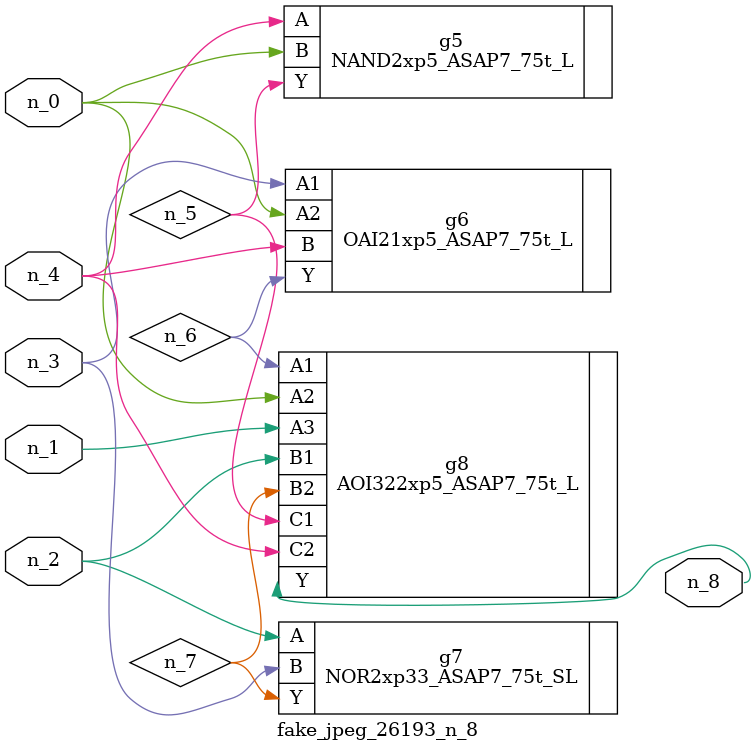
<source format=v>
module fake_jpeg_26193_n_8 (n_3, n_2, n_1, n_0, n_4, n_8);

input n_3;
input n_2;
input n_1;
input n_0;
input n_4;

output n_8;

wire n_6;
wire n_5;
wire n_7;

NAND2xp5_ASAP7_75t_L g5 ( 
.A(n_4),
.B(n_0),
.Y(n_5)
);

OAI21xp5_ASAP7_75t_L g6 ( 
.A1(n_3),
.A2(n_0),
.B(n_4),
.Y(n_6)
);

NOR2xp33_ASAP7_75t_SL g7 ( 
.A(n_2),
.B(n_3),
.Y(n_7)
);

AOI322xp5_ASAP7_75t_L g8 ( 
.A1(n_6),
.A2(n_0),
.A3(n_1),
.B1(n_2),
.B2(n_7),
.C1(n_5),
.C2(n_4),
.Y(n_8)
);


endmodule
</source>
